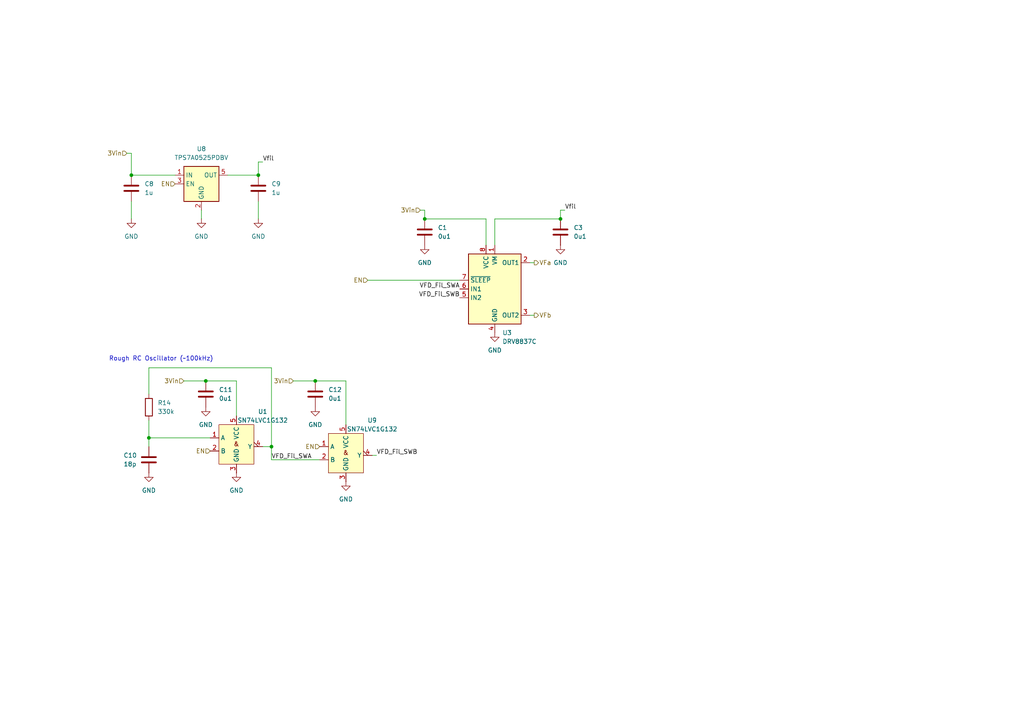
<source format=kicad_sch>
(kicad_sch (version 20231120) (generator "eeschema") (generator_version "8.0")
  (paper "A4")
  (lib_symbols
    (symbol "Device:C" (pin_numbers hide) (pin_names (offset 0.254))
      (property "Reference" "C" (at 0.635 2.54 0))
      (property "Value" "C" (at 0.635 -2.54 0))
      (symbol "C_0_1"
        (polyline (pts (xy -2.032 -0.762) (xy 2.032 -0.762)) (stroke (width 0.508)))
        (polyline (pts (xy -2.032 0.762) (xy 2.032 0.762)) (stroke (width 0.508)))
      )
      (symbol "C_1_1"
        (pin passive line (at 0 3.81 270) (length 2.794) (name "~") (number "1"))
        (pin passive line (at 0 -3.81 90) (length 2.794) (name "~") (number "2"))
      )
    )
    (symbol "Device:R" (pin_numbers hide) (pin_names (offset 0))
      (property "Reference" "R" (at 2.032 0 90))
      (property "Value" "R" (at 0 0 90))
      (symbol "R_0_1"
        (rectangle (start -1.016 -2.54) (end 1.016 2.54) (stroke (width 0.254)))
      )
      (symbol "R_1_1"
        (pin passive line (at 0 3.81 270) (length 1.27) (name "~") (number "1"))
        (pin passive line (at 0 -3.81 90) (length 1.27) (name "~") (number "2"))
      )
    )
    (symbol "Driver_Motor:DRV8837C"
      (property "Reference" "U" (at 6.35 11.43 0))
      (property "Value" "DRV8837C" (at -10.16 11.43 0))
      (symbol "DRV8837C_0_1"
        (rectangle (start -7.62 10.16) (end 7.62 -10.16) (stroke (width 0.254)) (fill (type background)))
      )
      (symbol "DRV8837C_1_1"
        (pin power_in line (at 0 12.7 270) (length 2.54) (name "VM") (number "1"))
        (pin output line (at 10.16 7.62 180) (length 2.54) (name "OUT1") (number "2"))
        (pin output line (at 10.16 -7.62 180) (length 2.54) (name "OUT2") (number "3"))
        (pin power_in line (at 0 -12.7 90) (length 2.54) (name "GND") (number "4"))
        (pin input line (at -10.16 -2.54 0) (length 2.54) (name "IN2") (number "5"))
        (pin input line (at -10.16 0 0) (length 2.54) (name "IN1") (number "6"))
        (pin input line (at -10.16 2.54 0) (length 2.54) (name "~{SLEEP}") (number "7"))
        (pin power_in line (at -2.54 12.7 270) (length 2.54) (name "VCC") (number "8"))
        (pin passive line (at 0 -12.7 90) (length 2.54) hide (name "GND") (number "9"))
      )
    )
    (symbol "Global:SN74LVC1G132"
      (property "Reference" "U" (at -8.382 3.048 0))
      (property "Value" "SN74LVC1G132" (at -8.382 1.778 0))
      (symbol "SN74LVC1G132_0_1"
        (rectangle (start -5.08 0) (end 5.08 -11.43) (fill (type background)))
      )
      (symbol "SN74LVC1G132_1_1"
        (text "&" (at 0 -5.588 0) (effects (font (size 1.27 1.27))))
        (pin input line (at -7.62 -3.81 0) (length 2.54) (name "A") (number "1"))
        (pin input line (at -7.62 -7.62 0) (length 2.54) (name "B") (number "2"))
        (pin power_in line (at 0 -13.97 90) (length 2.54) (name "GND") (number "3"))
        (pin input output_low (at 7.62 -6.35 180) (length 2.54) (name "Y") (number "4"))
        (pin power_in line (at 0 2.54 270) (length 2.54) (name "VCC") (number "5"))
      )
    )
    (symbol "Regulator_Linear:TPS7A0525PDBV"
      (property "Reference" "U" (at -3.81 6.35 0))
      (property "Value" "TPS7A0525PDBV" (at 6.35 6.35 0))
      (symbol "TPS7A0525PDBV_0_1"
        (rectangle (start -5.08 -5.08) (end 5.08 5.08) (stroke (width 0.254)) (fill (type background)))
        (pin power_in line (at -7.62 2.54 0) (length 2.54) (name "IN") (number "1"))
        (pin power_in line (at 0 -7.62 90) (length 2.54) (name "GND") (number "2"))
        (pin input line (at -7.62 0 0) (length 2.54) (name "EN") (number "3"))
        (pin no_connect line (at 5.08 0 180) (length 2.54) hide (name "NC") (number "4"))
        (pin power_out line (at 7.62 2.54 180) (length 2.54) (name "OUT") (number "5"))
      )
    )
    (symbol "SN74LVC1G132_1"
      (property "Reference" "U" (at -8.382 3.048 0))
      (property "Value" "SN74LVC1G132" (at -8.382 1.778 0))
      (symbol "SN74LVC1G132_1_0_1"
        (rectangle (start -5.08 0) (end 5.08 -11.43) (fill (type background)))
      )
      (symbol "SN74LVC1G132_1_1_1"
        (text "&" (at 0 -5.588 0) (effects (font (size 1.27 1.27))))
        (pin input line (at -7.62 -3.81 0) (length 2.54) (name "A") (number "1"))
        (pin input line (at -7.62 -7.62 0) (length 2.54) (name "B") (number "2"))
        (pin power_in line (at 0 -13.97 90) (length 2.54) (name "GND") (number "3"))
        (pin input output_low (at 7.62 -6.35 180) (length 2.54) (name "Y") (number "4"))
        (pin power_in line (at 0 2.54 270) (length 2.54) (name "VCC") (number "5"))
      )
    )
    (symbol "power:GND" (power) (pin_numbers hide) (pin_names (offset 0) hide)
      (property "Value" "GND" (at 0 -3.81 0))
      (symbol "GND_0_1"
        (polyline (pts (xy 0 0) (xy 0 -1.27) (xy 1.27 -1.27) (xy 0 -2.54) (xy -1.27 -1.27) (xy 0 -1.27)))
      )
      (symbol "GND_1_1"
        (pin power_in line (at 0 0 270) (length 0) (name "~") (number "1"))
      )
    )
  )
  (junction (at 162.56 63.5))
  (junction (at 74.93 50.8))
  (junction (at 91.44 110.49))
  (junction (at 43.18 127))
  (junction (at 59.69 110.49))
  (junction (at 78.74 129.54))
  (junction (at 38.1 50.8))
  (junction (at 123.19 63.5))
  (wire (pts (xy 74.93 46.99) (xy 74.93 50.8)))
  (wire (pts (xy 76.2 46.99) (xy 74.93 46.99)))
  (wire (pts (xy 100.33 110.49) (xy 100.33 123.19)))
  (wire (pts (xy 68.58 110.49) (xy 68.58 120.65)))
  (wire (pts (xy 85.09 110.49) (xy 91.44 110.49)))
  (wire (pts (xy 162.56 60.96) (xy 162.56 63.5)))
  (wire (pts (xy 59.69 110.49) (xy 68.58 110.49)))
  (wire (pts (xy 43.18 127) (xy 60.96 127)))
  (wire (pts (xy 43.18 106.68) (xy 78.74 106.68)))
  (wire (pts (xy 58.42 60.96) (xy 58.42 63.5)))
  (wire (pts (xy 78.74 106.68) (xy 78.74 129.54)))
  (wire (pts (xy 163.83 60.96) (xy 162.56 60.96)))
  (wire (pts (xy 140.97 63.5) (xy 140.97 71.12)))
  (wire (pts (xy 78.74 133.35) (xy 92.71 133.35)))
  (wire (pts (xy 123.19 63.5) (xy 140.97 63.5)))
  (wire (pts (xy 76.2 129.54) (xy 78.74 129.54)))
  (wire (pts (xy 66.04 50.8) (xy 74.93 50.8)))
  (wire (pts (xy 43.18 114.3) (xy 43.18 106.68)))
  (wire (pts (xy 38.1 44.45) (xy 38.1 50.8)))
  (wire (pts (xy 154.94 91.44) (xy 153.67 91.44)))
  (wire (pts (xy 121.92 60.96) (xy 123.19 60.96)))
  (wire (pts (xy 123.19 60.96) (xy 123.19 63.5)))
  (wire (pts (xy 53.34 110.49) (xy 59.69 110.49)))
  (wire (pts (xy 143.51 63.5) (xy 143.51 71.12)))
  (wire (pts (xy 106.68 81.28) (xy 133.35 81.28)))
  (wire (pts (xy 143.51 63.5) (xy 162.56 63.5)))
  (wire (pts (xy 109.22 132.08) (xy 107.95 132.08)))
  (wire (pts (xy 154.94 76.2) (xy 153.67 76.2)))
  (wire (pts (xy 43.18 129.54) (xy 43.18 127)))
  (wire (pts (xy 91.44 110.49) (xy 100.33 110.49)))
  (wire (pts (xy 36.83 44.45) (xy 38.1 44.45)))
  (wire (pts (xy 38.1 50.8) (xy 50.8 50.8)))
  (wire (pts (xy 78.74 133.35) (xy 78.74 129.54)))
  (wire (pts (xy 43.18 121.92) (xy 43.18 127)))
  (wire (pts (xy 74.93 58.42) (xy 74.93 63.5)))
  (wire (pts (xy 38.1 58.42) (xy 38.1 63.5)))
  (text "Rough RC Oscillator (~100kHz)" (at 46.736 104.14 0) (effects (font (size 1.27 1.27))))
  (label "Vfil" (at 76.2 46.99 0))
  (label "VFD_Fil_SWA" (at 133.35 83.82 180))
  (label "Vfil" (at 163.83 60.96 0))
  (label "VFD_Fil_SWB" (at 109.22 132.08 0))
  (label "VFD_Fil_SWA" (at 78.74 133.35 0))
  (label "VFD_Fil_SWB" (at 133.35 86.36 180))
  (hierarchical_label "VFa" (shape output) (at 154.94 76.2 0))
  (hierarchical_label "3Vin" (shape input) (at 53.34 110.49 180))
  (hierarchical_label "EN" (shape input) (at 60.96 130.81 180))
  (hierarchical_label "3Vin" (shape input) (at 36.83 44.45 180))
  (hierarchical_label "3Vin" (shape input) (at 85.09 110.49 180))
  (hierarchical_label "VFb" (shape output) (at 154.94 91.44 0))
  (hierarchical_label "EN" (shape input) (at 50.8 53.34 180))
  (hierarchical_label "3Vin" (shape input) (at 121.92 60.96 180))
  (hierarchical_label "EN" (shape input) (at 92.71 129.54 180))
  (hierarchical_label "EN" (shape input) (at 106.68 81.28 180))
  (symbol (lib_id "power:GND") (at 38.1 63.5 0) (unit 1)
    (property "Reference" "#PWR033" (effects (hide yes)))
    (property "Value" "GND" (at 38.1 68.58 0))
    (property "Description" "Power symbol creates a global label with name \"GND\" , ground" (effects (hide yes)))
  )
  (symbol (lib_id "power:GND") (at 162.56 71.12 0) (unit 1)
    (property "Reference" "#PWR018" (effects (hide yes)))
    (property "Value" "GND" (at 162.56 76.2 0))
    (property "Description" "Power symbol creates a global label with name \"GND\" , ground" (effects (hide yes)))
  )
  (symbol (lib_id "Device:R") (at 43.18 118.11 0) (unit 1)
    (property "Reference" "R14" (at 45.72 116.8399 0) (effects (justify left)))
    (property "Value" "330k" (at 45.72 119.3799 0) (effects (justify left)))
    (property "Footprint" "Resistor_SMD:R_0603_1608Metric_Pad0.98x0.95mm_HandSolder" (effects (hide yes)))
    (property "Description" "Resistor" (effects (hide yes)))
  )
  (symbol (lib_id "power:GND") (at 123.19 71.12 0) (unit 1)
    (property "Reference" "#PWR02" (effects (hide yes)))
    (property "Value" "GND" (at 123.19 76.2 0))
    (property "Description" "Power symbol creates a global label with name \"GND\" , ground" (effects (hide yes)))
  )
  (symbol (lib_id "power:GND") (at 59.69 118.11 0) (unit 1)
    (property "Reference" "#PWR039" (effects (hide yes)))
    (property "Value" "GND" (at 59.69 123.19 0))
    (property "Description" "Power symbol creates a global label with name \"GND\" , ground" (effects (hide yes)))
  )
  (symbol (lib_id "power:GND") (at 100.33 139.7 0) (unit 1)
    (property "Reference" "#PWR05" (effects (hide yes)))
    (property "Value" "GND" (at 100.33 144.78 0))
    (property "Description" "Power symbol creates a global label with name \"GND\" , ground" (effects (hide yes)))
  )
  (symbol (lib_id "Driver_Motor:DRV8837C") (at 143.51 83.82 0) (unit 1)
    (property "Reference" "U3" (at 145.7041 96.52 0) (effects (justify left)))
    (property "Value" "DRV8837C" (at 145.7041 99.06 0) (effects (justify left)))
    (property "Footprint" "kicad global library:WSON-8-1EP_2x2mm_P0.5mm_EP0.9x1.6mm_HandSoldering" (effects (hide yes)))
    (property "Datasheet" "http://www.ti.com/lit/ds/symlink/drv8837c.pdf" (effects (hide yes)))
    (property "Description" "H-Bridge driver, 1A, Low Voltage, PWM input, WSON-8" (effects (hide yes)))
  )
  (symbol (lib_id "Device:C") (at 43.18 133.35 0) (unit 1)
    (property "Reference" "C10" (at 35.814 132.08 0) (effects (justify left)))
    (property "Value" "18p" (at 35.814 134.62 0) (effects (justify left)))
    (property "Footprint" "Capacitor_SMD:C_0603_1608Metric_Pad1.08x0.95mm_HandSolder" (effects (hide yes)))
    (property "Description" "Unpolarized capacitor" (effects (hide yes)))
    (property "MFR PN" "CC0603JPNPO9BN270" (effects (hide yes)))
  )
  (symbol (lib_id "Device:C") (at 123.19 67.31 0) (unit 1)
    (property "Reference" "C1" (at 127 66.0399 0) (effects (justify left)))
    (property "Value" "0u1" (at 127 68.5799 0) (effects (justify left)))
    (property "Footprint" "Capacitor_SMD:C_0603_1608Metric_Pad1.08x0.95mm_HandSolder" (effects (hide yes)))
    (property "Description" "Unpolarized capacitor" (effects (hide yes)))
  )
  (symbol (lib_id "power:GND") (at 43.18 137.16 0) (unit 1)
    (property "Reference" "#PWR03" (effects (hide yes)))
    (property "Value" "GND" (at 43.18 142.24 0))
    (property "Description" "Power symbol creates a global label with name \"GND\" , ground" (effects (hide yes)))
  )
  (symbol (lib_id "Device:C") (at 74.93 54.61 0) (unit 1)
    (property "Reference" "C9" (at 78.74 53.3399 0) (effects (justify left)))
    (property "Value" "1u" (at 78.74 55.8799 0) (effects (justify left)))
    (property "Footprint" "Capacitor_SMD:C_0805_2012Metric_Pad1.18x1.45mm_HandSolder" (effects (hide yes)))
    (property "Description" "Unpolarized capacitor" (effects (hide yes)))
  )
  (symbol (lib_id "Device:C") (at 91.44 114.3 0) (unit 1)
    (property "Reference" "C12" (at 95.25 113.0299 0) (effects (justify left)))
    (property "Value" "0u1" (at 95.25 115.5699 0) (effects (justify left)))
    (property "Footprint" "Capacitor_SMD:C_0603_1608Metric_Pad1.08x0.95mm_HandSolder" (effects (hide yes)))
    (property "Description" "Unpolarized capacitor" (effects (hide yes)))
  )
  (symbol (lib_id "power:GND") (at 68.58 137.16 0) (unit 1)
    (property "Reference" "#PWR038" (effects (hide yes)))
    (property "Value" "GND" (at 68.58 142.24 0))
    (property "Description" "Power symbol creates a global label with name \"GND\" , ground" (effects (hide yes)))
  )
  (symbol (lib_id "power:GND") (at 74.93 63.5 0) (unit 1)
    (property "Reference" "#PWR032" (effects (hide yes)))
    (property "Value" "GND" (at 74.93 68.58 0))
    (property "Description" "Power symbol creates a global label with name \"GND\" , ground" (effects (hide yes)))
  )
  (symbol (lib_id "Device:C") (at 59.69 114.3 0) (unit 1)
    (property "Reference" "C11" (at 63.5 113.0299 0) (effects (justify left)))
    (property "Value" "0u1" (at 63.5 115.5699 0) (effects (justify left)))
    (property "Footprint" "Capacitor_SMD:C_0603_1608Metric_Pad1.08x0.95mm_HandSolder" (effects (hide yes)))
    (property "Description" "Unpolarized capacitor" (effects (hide yes)))
  )
  (symbol (lib_id "Global:SN74LVC1G132") (at 100.33 125.73 0) (unit 1)
    (property "Reference" "U9" (at 107.95 121.92 0))
    (property "Value" "SN74LVC1G132" (at 107.95 124.46 0))
    (property "Footprint" "Package_TO_SOT_SMD:SOT-23-5" (effects (hide yes)))
    (property "Datasheet" "https://www.ti.com/lit/ds/symlink/sn74lvc1g132.pdf" (effects (hide yes)))
  )
  (symbol (lib_id "power:GND") (at 58.42 63.5 0) (unit 1)
    (property "Reference" "#PWR031" (effects (hide yes)))
    (property "Value" "GND" (at 58.42 68.58 0))
    (property "Description" "Power symbol creates a global label with name \"GND\" , ground" (effects (hide yes)))
  )
  (symbol (lib_id "Device:C") (at 162.56 67.31 0) (unit 1)
    (property "Reference" "C3" (at 166.37 66.0399 0) (effects (justify left)))
    (property "Value" "0u1" (at 166.37 68.5799 0) (effects (justify left)))
    (property "Footprint" "Capacitor_SMD:C_0603_1608Metric_Pad1.08x0.95mm_HandSolder" (effects (hide yes)))
    (property "Description" "Unpolarized capacitor" (effects (hide yes)))
  )
  (symbol (lib_name "SN74LVC1G132_1") (lib_id "Global:SN74LVC1G132") (at 68.58 123.19 0) (unit 1)
    (property "Reference" "U1" (at 76.2 119.38 0))
    (property "Value" "SN74LVC1G132" (at 76.2 121.92 0))
    (property "Footprint" "Package_TO_SOT_SMD:SOT-23-5" (effects (hide yes)))
    (property "Datasheet" "https://www.ti.com/lit/ds/symlink/sn74lvc1g132.pdf" (effects (hide yes)))
  )
  (symbol (lib_id "power:GND") (at 91.44 118.11 0) (unit 1)
    (property "Reference" "#PWR04" (effects (hide yes)))
    (property "Value" "GND" (at 91.44 123.19 0))
    (property "Description" "Power symbol creates a global label with name \"GND\" , ground" (effects (hide yes)))
  )
  (symbol (lib_id "power:GND") (at 143.51 96.52 0) (unit 1)
    (property "Reference" "#PWR06" (effects (hide yes)))
    (property "Value" "GND" (at 143.51 101.6 0))
    (property "Description" "Power symbol creates a global label with name \"GND\" , ground" (effects (hide yes)))
  )
  (symbol (lib_id "Regulator_Linear:TPS7A0525PDBV") (at 58.42 53.34 0) (unit 1)
    (property "Reference" "U8" (at 58.42 43.18 0))
    (property "Value" "TPS7A0525PDBV" (at 58.42 45.72 0))
    (property "Footprint" "Package_TO_SOT_SMD:SOT-23-5" (effects (hide yes)))
    (property "Datasheet" "https://www.ti.com/lit/ds/symlink/tps7a05.pdf" (effects (hide yes)))
    (property "Description" "200-mA Ultra-Low-Iq LDO, 2.5V, SOT-23-5" (effects (hide yes)))
  )
  (symbol (lib_id "Device:C") (at 38.1 54.61 0) (unit 1)
    (property "Reference" "C8" (at 41.91 53.3399 0) (effects (justify left)))
    (property "Value" "1u" (at 41.91 55.8799 0) (effects (justify left)))
    (property "Footprint" "Capacitor_SMD:C_0805_2012Metric_Pad1.18x1.45mm_HandSolder" (effects (hide yes)))
    (property "Description" "Unpolarized capacitor" (effects (hide yes)))
  )
)
</source>
